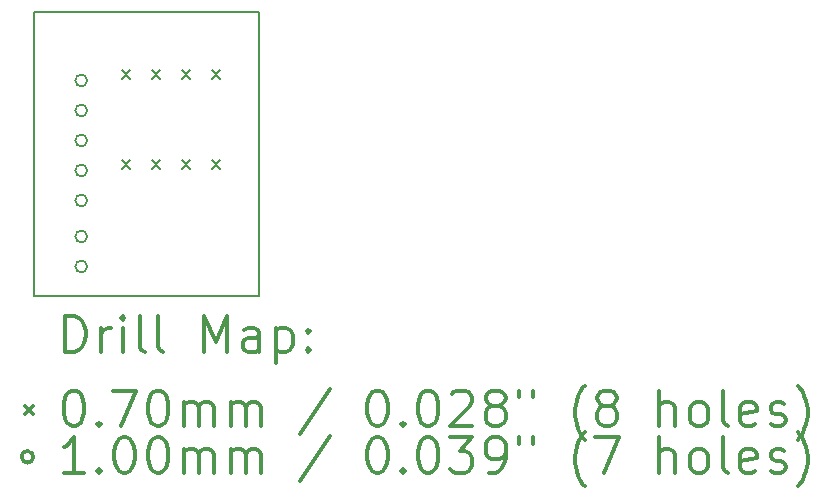
<source format=gbr>
%FSLAX45Y45*%
G04 Gerber Fmt 4.5, Leading zero omitted, Abs format (unit mm)*
G04 Created by KiCad (PCBNEW 4.0.7) date 08/11/18 21:21:40*
%MOMM*%
%LPD*%
G01*
G04 APERTURE LIST*
%ADD10C,0.127000*%
%ADD11C,0.150000*%
%ADD12C,0.200000*%
%ADD13C,0.300000*%
G04 APERTURE END LIST*
D10*
D11*
X20400000Y-11500000D02*
X18500000Y-11500000D01*
X20400000Y-9100000D02*
X20400000Y-11500000D01*
X18800000Y-9100000D02*
X20400000Y-9100000D01*
X18500000Y-9100000D02*
X18800000Y-9100000D01*
X18500000Y-11500000D02*
X18500000Y-9100000D01*
D12*
X19243600Y-9591600D02*
X19313600Y-9661600D01*
X19313600Y-9591600D02*
X19243600Y-9661600D01*
X19243600Y-10353600D02*
X19313600Y-10423600D01*
X19313600Y-10353600D02*
X19243600Y-10423600D01*
X19497600Y-9591600D02*
X19567600Y-9661600D01*
X19567600Y-9591600D02*
X19497600Y-9661600D01*
X19497600Y-10353600D02*
X19567600Y-10423600D01*
X19567600Y-10353600D02*
X19497600Y-10423600D01*
X19751600Y-9591600D02*
X19821600Y-9661600D01*
X19821600Y-9591600D02*
X19751600Y-9661600D01*
X19751600Y-10353600D02*
X19821600Y-10423600D01*
X19821600Y-10353600D02*
X19751600Y-10423600D01*
X20005600Y-9591600D02*
X20075600Y-9661600D01*
X20075600Y-9591600D02*
X20005600Y-9661600D01*
X20005600Y-10353600D02*
X20075600Y-10423600D01*
X20075600Y-10353600D02*
X20005600Y-10423600D01*
X18947600Y-9677400D02*
G75*
G03X18947600Y-9677400I-50000J0D01*
G01*
X18947600Y-9931400D02*
G75*
G03X18947600Y-9931400I-50000J0D01*
G01*
X18947600Y-10185400D02*
G75*
G03X18947600Y-10185400I-50000J0D01*
G01*
X18947600Y-10439400D02*
G75*
G03X18947600Y-10439400I-50000J0D01*
G01*
X18947600Y-10693400D02*
G75*
G03X18947600Y-10693400I-50000J0D01*
G01*
X18947600Y-10998200D02*
G75*
G03X18947600Y-10998200I-50000J0D01*
G01*
X18947600Y-11252200D02*
G75*
G03X18947600Y-11252200I-50000J0D01*
G01*
D13*
X18763929Y-11973214D02*
X18763929Y-11673214D01*
X18835357Y-11673214D01*
X18878214Y-11687500D01*
X18906786Y-11716071D01*
X18921071Y-11744643D01*
X18935357Y-11801786D01*
X18935357Y-11844643D01*
X18921071Y-11901786D01*
X18906786Y-11930357D01*
X18878214Y-11958929D01*
X18835357Y-11973214D01*
X18763929Y-11973214D01*
X19063929Y-11973214D02*
X19063929Y-11773214D01*
X19063929Y-11830357D02*
X19078214Y-11801786D01*
X19092500Y-11787500D01*
X19121071Y-11773214D01*
X19149643Y-11773214D01*
X19249643Y-11973214D02*
X19249643Y-11773214D01*
X19249643Y-11673214D02*
X19235357Y-11687500D01*
X19249643Y-11701786D01*
X19263929Y-11687500D01*
X19249643Y-11673214D01*
X19249643Y-11701786D01*
X19435357Y-11973214D02*
X19406786Y-11958929D01*
X19392500Y-11930357D01*
X19392500Y-11673214D01*
X19592500Y-11973214D02*
X19563929Y-11958929D01*
X19549643Y-11930357D01*
X19549643Y-11673214D01*
X19935357Y-11973214D02*
X19935357Y-11673214D01*
X20035357Y-11887500D01*
X20135357Y-11673214D01*
X20135357Y-11973214D01*
X20406786Y-11973214D02*
X20406786Y-11816071D01*
X20392500Y-11787500D01*
X20363929Y-11773214D01*
X20306786Y-11773214D01*
X20278214Y-11787500D01*
X20406786Y-11958929D02*
X20378214Y-11973214D01*
X20306786Y-11973214D01*
X20278214Y-11958929D01*
X20263929Y-11930357D01*
X20263929Y-11901786D01*
X20278214Y-11873214D01*
X20306786Y-11858929D01*
X20378214Y-11858929D01*
X20406786Y-11844643D01*
X20549643Y-11773214D02*
X20549643Y-12073214D01*
X20549643Y-11787500D02*
X20578214Y-11773214D01*
X20635357Y-11773214D01*
X20663929Y-11787500D01*
X20678214Y-11801786D01*
X20692500Y-11830357D01*
X20692500Y-11916071D01*
X20678214Y-11944643D01*
X20663929Y-11958929D01*
X20635357Y-11973214D01*
X20578214Y-11973214D01*
X20549643Y-11958929D01*
X20821071Y-11944643D02*
X20835357Y-11958929D01*
X20821071Y-11973214D01*
X20806786Y-11958929D01*
X20821071Y-11944643D01*
X20821071Y-11973214D01*
X20821071Y-11787500D02*
X20835357Y-11801786D01*
X20821071Y-11816071D01*
X20806786Y-11801786D01*
X20821071Y-11787500D01*
X20821071Y-11816071D01*
X18422500Y-12432500D02*
X18492500Y-12502500D01*
X18492500Y-12432500D02*
X18422500Y-12502500D01*
X18821071Y-12303214D02*
X18849643Y-12303214D01*
X18878214Y-12317500D01*
X18892500Y-12331786D01*
X18906786Y-12360357D01*
X18921071Y-12417500D01*
X18921071Y-12488929D01*
X18906786Y-12546071D01*
X18892500Y-12574643D01*
X18878214Y-12588929D01*
X18849643Y-12603214D01*
X18821071Y-12603214D01*
X18792500Y-12588929D01*
X18778214Y-12574643D01*
X18763929Y-12546071D01*
X18749643Y-12488929D01*
X18749643Y-12417500D01*
X18763929Y-12360357D01*
X18778214Y-12331786D01*
X18792500Y-12317500D01*
X18821071Y-12303214D01*
X19049643Y-12574643D02*
X19063929Y-12588929D01*
X19049643Y-12603214D01*
X19035357Y-12588929D01*
X19049643Y-12574643D01*
X19049643Y-12603214D01*
X19163928Y-12303214D02*
X19363928Y-12303214D01*
X19235357Y-12603214D01*
X19535357Y-12303214D02*
X19563929Y-12303214D01*
X19592500Y-12317500D01*
X19606786Y-12331786D01*
X19621071Y-12360357D01*
X19635357Y-12417500D01*
X19635357Y-12488929D01*
X19621071Y-12546071D01*
X19606786Y-12574643D01*
X19592500Y-12588929D01*
X19563929Y-12603214D01*
X19535357Y-12603214D01*
X19506786Y-12588929D01*
X19492500Y-12574643D01*
X19478214Y-12546071D01*
X19463929Y-12488929D01*
X19463929Y-12417500D01*
X19478214Y-12360357D01*
X19492500Y-12331786D01*
X19506786Y-12317500D01*
X19535357Y-12303214D01*
X19763929Y-12603214D02*
X19763929Y-12403214D01*
X19763929Y-12431786D02*
X19778214Y-12417500D01*
X19806786Y-12403214D01*
X19849643Y-12403214D01*
X19878214Y-12417500D01*
X19892500Y-12446071D01*
X19892500Y-12603214D01*
X19892500Y-12446071D02*
X19906786Y-12417500D01*
X19935357Y-12403214D01*
X19978214Y-12403214D01*
X20006786Y-12417500D01*
X20021071Y-12446071D01*
X20021071Y-12603214D01*
X20163929Y-12603214D02*
X20163929Y-12403214D01*
X20163929Y-12431786D02*
X20178214Y-12417500D01*
X20206786Y-12403214D01*
X20249643Y-12403214D01*
X20278214Y-12417500D01*
X20292500Y-12446071D01*
X20292500Y-12603214D01*
X20292500Y-12446071D02*
X20306786Y-12417500D01*
X20335357Y-12403214D01*
X20378214Y-12403214D01*
X20406786Y-12417500D01*
X20421071Y-12446071D01*
X20421071Y-12603214D01*
X21006786Y-12288929D02*
X20749643Y-12674643D01*
X21392500Y-12303214D02*
X21421071Y-12303214D01*
X21449643Y-12317500D01*
X21463928Y-12331786D01*
X21478214Y-12360357D01*
X21492500Y-12417500D01*
X21492500Y-12488929D01*
X21478214Y-12546071D01*
X21463928Y-12574643D01*
X21449643Y-12588929D01*
X21421071Y-12603214D01*
X21392500Y-12603214D01*
X21363928Y-12588929D01*
X21349643Y-12574643D01*
X21335357Y-12546071D01*
X21321071Y-12488929D01*
X21321071Y-12417500D01*
X21335357Y-12360357D01*
X21349643Y-12331786D01*
X21363928Y-12317500D01*
X21392500Y-12303214D01*
X21621071Y-12574643D02*
X21635357Y-12588929D01*
X21621071Y-12603214D01*
X21606786Y-12588929D01*
X21621071Y-12574643D01*
X21621071Y-12603214D01*
X21821071Y-12303214D02*
X21849643Y-12303214D01*
X21878214Y-12317500D01*
X21892500Y-12331786D01*
X21906786Y-12360357D01*
X21921071Y-12417500D01*
X21921071Y-12488929D01*
X21906786Y-12546071D01*
X21892500Y-12574643D01*
X21878214Y-12588929D01*
X21849643Y-12603214D01*
X21821071Y-12603214D01*
X21792500Y-12588929D01*
X21778214Y-12574643D01*
X21763928Y-12546071D01*
X21749643Y-12488929D01*
X21749643Y-12417500D01*
X21763928Y-12360357D01*
X21778214Y-12331786D01*
X21792500Y-12317500D01*
X21821071Y-12303214D01*
X22035357Y-12331786D02*
X22049643Y-12317500D01*
X22078214Y-12303214D01*
X22149643Y-12303214D01*
X22178214Y-12317500D01*
X22192500Y-12331786D01*
X22206786Y-12360357D01*
X22206786Y-12388929D01*
X22192500Y-12431786D01*
X22021071Y-12603214D01*
X22206786Y-12603214D01*
X22378214Y-12431786D02*
X22349643Y-12417500D01*
X22335357Y-12403214D01*
X22321071Y-12374643D01*
X22321071Y-12360357D01*
X22335357Y-12331786D01*
X22349643Y-12317500D01*
X22378214Y-12303214D01*
X22435357Y-12303214D01*
X22463928Y-12317500D01*
X22478214Y-12331786D01*
X22492500Y-12360357D01*
X22492500Y-12374643D01*
X22478214Y-12403214D01*
X22463928Y-12417500D01*
X22435357Y-12431786D01*
X22378214Y-12431786D01*
X22349643Y-12446071D01*
X22335357Y-12460357D01*
X22321071Y-12488929D01*
X22321071Y-12546071D01*
X22335357Y-12574643D01*
X22349643Y-12588929D01*
X22378214Y-12603214D01*
X22435357Y-12603214D01*
X22463928Y-12588929D01*
X22478214Y-12574643D01*
X22492500Y-12546071D01*
X22492500Y-12488929D01*
X22478214Y-12460357D01*
X22463928Y-12446071D01*
X22435357Y-12431786D01*
X22606786Y-12303214D02*
X22606786Y-12360357D01*
X22721071Y-12303214D02*
X22721071Y-12360357D01*
X23163928Y-12717500D02*
X23149643Y-12703214D01*
X23121071Y-12660357D01*
X23106785Y-12631786D01*
X23092500Y-12588929D01*
X23078214Y-12517500D01*
X23078214Y-12460357D01*
X23092500Y-12388929D01*
X23106785Y-12346071D01*
X23121071Y-12317500D01*
X23149643Y-12274643D01*
X23163928Y-12260357D01*
X23321071Y-12431786D02*
X23292500Y-12417500D01*
X23278214Y-12403214D01*
X23263928Y-12374643D01*
X23263928Y-12360357D01*
X23278214Y-12331786D01*
X23292500Y-12317500D01*
X23321071Y-12303214D01*
X23378214Y-12303214D01*
X23406785Y-12317500D01*
X23421071Y-12331786D01*
X23435357Y-12360357D01*
X23435357Y-12374643D01*
X23421071Y-12403214D01*
X23406785Y-12417500D01*
X23378214Y-12431786D01*
X23321071Y-12431786D01*
X23292500Y-12446071D01*
X23278214Y-12460357D01*
X23263928Y-12488929D01*
X23263928Y-12546071D01*
X23278214Y-12574643D01*
X23292500Y-12588929D01*
X23321071Y-12603214D01*
X23378214Y-12603214D01*
X23406785Y-12588929D01*
X23421071Y-12574643D01*
X23435357Y-12546071D01*
X23435357Y-12488929D01*
X23421071Y-12460357D01*
X23406785Y-12446071D01*
X23378214Y-12431786D01*
X23792500Y-12603214D02*
X23792500Y-12303214D01*
X23921071Y-12603214D02*
X23921071Y-12446071D01*
X23906785Y-12417500D01*
X23878214Y-12403214D01*
X23835357Y-12403214D01*
X23806785Y-12417500D01*
X23792500Y-12431786D01*
X24106785Y-12603214D02*
X24078214Y-12588929D01*
X24063928Y-12574643D01*
X24049643Y-12546071D01*
X24049643Y-12460357D01*
X24063928Y-12431786D01*
X24078214Y-12417500D01*
X24106785Y-12403214D01*
X24149643Y-12403214D01*
X24178214Y-12417500D01*
X24192500Y-12431786D01*
X24206785Y-12460357D01*
X24206785Y-12546071D01*
X24192500Y-12574643D01*
X24178214Y-12588929D01*
X24149643Y-12603214D01*
X24106785Y-12603214D01*
X24378214Y-12603214D02*
X24349643Y-12588929D01*
X24335357Y-12560357D01*
X24335357Y-12303214D01*
X24606786Y-12588929D02*
X24578214Y-12603214D01*
X24521071Y-12603214D01*
X24492500Y-12588929D01*
X24478214Y-12560357D01*
X24478214Y-12446071D01*
X24492500Y-12417500D01*
X24521071Y-12403214D01*
X24578214Y-12403214D01*
X24606786Y-12417500D01*
X24621071Y-12446071D01*
X24621071Y-12474643D01*
X24478214Y-12503214D01*
X24735357Y-12588929D02*
X24763928Y-12603214D01*
X24821071Y-12603214D01*
X24849643Y-12588929D01*
X24863928Y-12560357D01*
X24863928Y-12546071D01*
X24849643Y-12517500D01*
X24821071Y-12503214D01*
X24778214Y-12503214D01*
X24749643Y-12488929D01*
X24735357Y-12460357D01*
X24735357Y-12446071D01*
X24749643Y-12417500D01*
X24778214Y-12403214D01*
X24821071Y-12403214D01*
X24849643Y-12417500D01*
X24963928Y-12717500D02*
X24978214Y-12703214D01*
X25006786Y-12660357D01*
X25021071Y-12631786D01*
X25035357Y-12588929D01*
X25049643Y-12517500D01*
X25049643Y-12460357D01*
X25035357Y-12388929D01*
X25021071Y-12346071D01*
X25006786Y-12317500D01*
X24978214Y-12274643D01*
X24963928Y-12260357D01*
X18492500Y-12863500D02*
G75*
G03X18492500Y-12863500I-50000J0D01*
G01*
X18921071Y-12999214D02*
X18749643Y-12999214D01*
X18835357Y-12999214D02*
X18835357Y-12699214D01*
X18806786Y-12742071D01*
X18778214Y-12770643D01*
X18749643Y-12784929D01*
X19049643Y-12970643D02*
X19063929Y-12984929D01*
X19049643Y-12999214D01*
X19035357Y-12984929D01*
X19049643Y-12970643D01*
X19049643Y-12999214D01*
X19249643Y-12699214D02*
X19278214Y-12699214D01*
X19306786Y-12713500D01*
X19321071Y-12727786D01*
X19335357Y-12756357D01*
X19349643Y-12813500D01*
X19349643Y-12884929D01*
X19335357Y-12942071D01*
X19321071Y-12970643D01*
X19306786Y-12984929D01*
X19278214Y-12999214D01*
X19249643Y-12999214D01*
X19221071Y-12984929D01*
X19206786Y-12970643D01*
X19192500Y-12942071D01*
X19178214Y-12884929D01*
X19178214Y-12813500D01*
X19192500Y-12756357D01*
X19206786Y-12727786D01*
X19221071Y-12713500D01*
X19249643Y-12699214D01*
X19535357Y-12699214D02*
X19563929Y-12699214D01*
X19592500Y-12713500D01*
X19606786Y-12727786D01*
X19621071Y-12756357D01*
X19635357Y-12813500D01*
X19635357Y-12884929D01*
X19621071Y-12942071D01*
X19606786Y-12970643D01*
X19592500Y-12984929D01*
X19563929Y-12999214D01*
X19535357Y-12999214D01*
X19506786Y-12984929D01*
X19492500Y-12970643D01*
X19478214Y-12942071D01*
X19463929Y-12884929D01*
X19463929Y-12813500D01*
X19478214Y-12756357D01*
X19492500Y-12727786D01*
X19506786Y-12713500D01*
X19535357Y-12699214D01*
X19763929Y-12999214D02*
X19763929Y-12799214D01*
X19763929Y-12827786D02*
X19778214Y-12813500D01*
X19806786Y-12799214D01*
X19849643Y-12799214D01*
X19878214Y-12813500D01*
X19892500Y-12842071D01*
X19892500Y-12999214D01*
X19892500Y-12842071D02*
X19906786Y-12813500D01*
X19935357Y-12799214D01*
X19978214Y-12799214D01*
X20006786Y-12813500D01*
X20021071Y-12842071D01*
X20021071Y-12999214D01*
X20163929Y-12999214D02*
X20163929Y-12799214D01*
X20163929Y-12827786D02*
X20178214Y-12813500D01*
X20206786Y-12799214D01*
X20249643Y-12799214D01*
X20278214Y-12813500D01*
X20292500Y-12842071D01*
X20292500Y-12999214D01*
X20292500Y-12842071D02*
X20306786Y-12813500D01*
X20335357Y-12799214D01*
X20378214Y-12799214D01*
X20406786Y-12813500D01*
X20421071Y-12842071D01*
X20421071Y-12999214D01*
X21006786Y-12684929D02*
X20749643Y-13070643D01*
X21392500Y-12699214D02*
X21421071Y-12699214D01*
X21449643Y-12713500D01*
X21463928Y-12727786D01*
X21478214Y-12756357D01*
X21492500Y-12813500D01*
X21492500Y-12884929D01*
X21478214Y-12942071D01*
X21463928Y-12970643D01*
X21449643Y-12984929D01*
X21421071Y-12999214D01*
X21392500Y-12999214D01*
X21363928Y-12984929D01*
X21349643Y-12970643D01*
X21335357Y-12942071D01*
X21321071Y-12884929D01*
X21321071Y-12813500D01*
X21335357Y-12756357D01*
X21349643Y-12727786D01*
X21363928Y-12713500D01*
X21392500Y-12699214D01*
X21621071Y-12970643D02*
X21635357Y-12984929D01*
X21621071Y-12999214D01*
X21606786Y-12984929D01*
X21621071Y-12970643D01*
X21621071Y-12999214D01*
X21821071Y-12699214D02*
X21849643Y-12699214D01*
X21878214Y-12713500D01*
X21892500Y-12727786D01*
X21906786Y-12756357D01*
X21921071Y-12813500D01*
X21921071Y-12884929D01*
X21906786Y-12942071D01*
X21892500Y-12970643D01*
X21878214Y-12984929D01*
X21849643Y-12999214D01*
X21821071Y-12999214D01*
X21792500Y-12984929D01*
X21778214Y-12970643D01*
X21763928Y-12942071D01*
X21749643Y-12884929D01*
X21749643Y-12813500D01*
X21763928Y-12756357D01*
X21778214Y-12727786D01*
X21792500Y-12713500D01*
X21821071Y-12699214D01*
X22021071Y-12699214D02*
X22206786Y-12699214D01*
X22106786Y-12813500D01*
X22149643Y-12813500D01*
X22178214Y-12827786D01*
X22192500Y-12842071D01*
X22206786Y-12870643D01*
X22206786Y-12942071D01*
X22192500Y-12970643D01*
X22178214Y-12984929D01*
X22149643Y-12999214D01*
X22063928Y-12999214D01*
X22035357Y-12984929D01*
X22021071Y-12970643D01*
X22349643Y-12999214D02*
X22406785Y-12999214D01*
X22435357Y-12984929D01*
X22449643Y-12970643D01*
X22478214Y-12927786D01*
X22492500Y-12870643D01*
X22492500Y-12756357D01*
X22478214Y-12727786D01*
X22463928Y-12713500D01*
X22435357Y-12699214D01*
X22378214Y-12699214D01*
X22349643Y-12713500D01*
X22335357Y-12727786D01*
X22321071Y-12756357D01*
X22321071Y-12827786D01*
X22335357Y-12856357D01*
X22349643Y-12870643D01*
X22378214Y-12884929D01*
X22435357Y-12884929D01*
X22463928Y-12870643D01*
X22478214Y-12856357D01*
X22492500Y-12827786D01*
X22606786Y-12699214D02*
X22606786Y-12756357D01*
X22721071Y-12699214D02*
X22721071Y-12756357D01*
X23163928Y-13113500D02*
X23149643Y-13099214D01*
X23121071Y-13056357D01*
X23106785Y-13027786D01*
X23092500Y-12984929D01*
X23078214Y-12913500D01*
X23078214Y-12856357D01*
X23092500Y-12784929D01*
X23106785Y-12742071D01*
X23121071Y-12713500D01*
X23149643Y-12670643D01*
X23163928Y-12656357D01*
X23249643Y-12699214D02*
X23449643Y-12699214D01*
X23321071Y-12999214D01*
X23792500Y-12999214D02*
X23792500Y-12699214D01*
X23921071Y-12999214D02*
X23921071Y-12842071D01*
X23906785Y-12813500D01*
X23878214Y-12799214D01*
X23835357Y-12799214D01*
X23806785Y-12813500D01*
X23792500Y-12827786D01*
X24106785Y-12999214D02*
X24078214Y-12984929D01*
X24063928Y-12970643D01*
X24049643Y-12942071D01*
X24049643Y-12856357D01*
X24063928Y-12827786D01*
X24078214Y-12813500D01*
X24106785Y-12799214D01*
X24149643Y-12799214D01*
X24178214Y-12813500D01*
X24192500Y-12827786D01*
X24206785Y-12856357D01*
X24206785Y-12942071D01*
X24192500Y-12970643D01*
X24178214Y-12984929D01*
X24149643Y-12999214D01*
X24106785Y-12999214D01*
X24378214Y-12999214D02*
X24349643Y-12984929D01*
X24335357Y-12956357D01*
X24335357Y-12699214D01*
X24606786Y-12984929D02*
X24578214Y-12999214D01*
X24521071Y-12999214D01*
X24492500Y-12984929D01*
X24478214Y-12956357D01*
X24478214Y-12842071D01*
X24492500Y-12813500D01*
X24521071Y-12799214D01*
X24578214Y-12799214D01*
X24606786Y-12813500D01*
X24621071Y-12842071D01*
X24621071Y-12870643D01*
X24478214Y-12899214D01*
X24735357Y-12984929D02*
X24763928Y-12999214D01*
X24821071Y-12999214D01*
X24849643Y-12984929D01*
X24863928Y-12956357D01*
X24863928Y-12942071D01*
X24849643Y-12913500D01*
X24821071Y-12899214D01*
X24778214Y-12899214D01*
X24749643Y-12884929D01*
X24735357Y-12856357D01*
X24735357Y-12842071D01*
X24749643Y-12813500D01*
X24778214Y-12799214D01*
X24821071Y-12799214D01*
X24849643Y-12813500D01*
X24963928Y-13113500D02*
X24978214Y-13099214D01*
X25006786Y-13056357D01*
X25021071Y-13027786D01*
X25035357Y-12984929D01*
X25049643Y-12913500D01*
X25049643Y-12856357D01*
X25035357Y-12784929D01*
X25021071Y-12742071D01*
X25006786Y-12713500D01*
X24978214Y-12670643D01*
X24963928Y-12656357D01*
M02*

</source>
